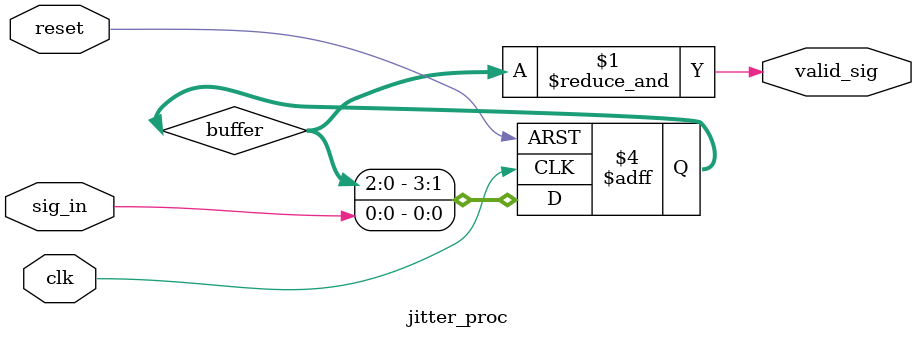
<source format=v>
module jitter_proc (
    input wire clk,
    input wire reset,
    input wire sig_in,

    output wire valid_sig
);
    reg[3:0] buffer;

    assign valid_sig = & buffer;

    always @(posedge clk or negedge reset) begin
        if (~reset) begin
            buffer <= 0;
        end
        else begin
            buffer <= {buffer[2:0], sig_in};
        end
    end
endmodule
</source>
